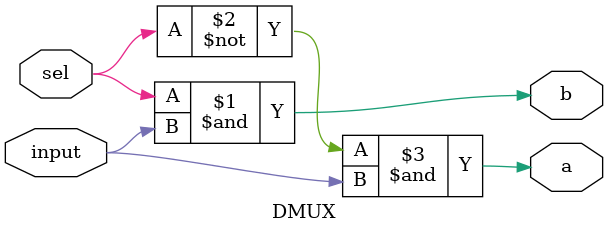
<source format=v>

module DMUX (
  input \input ,
  input sel,
  output a,
  output b
);
  assign b = (sel & \input );
  assign a = (~ sel & \input );
endmodule

</source>
